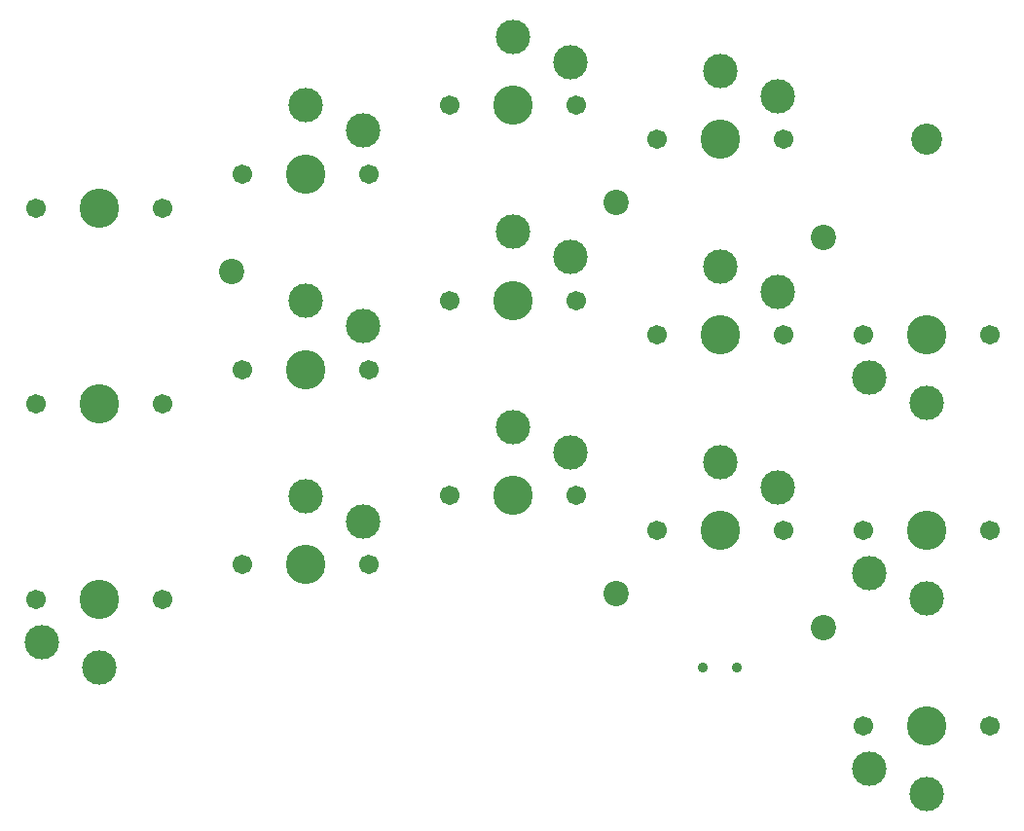
<source format=gbr>
%TF.GenerationSoftware,KiCad,Pcbnew,(7.0.0-0)*%
%TF.CreationDate,2023-06-08T17:13:14+08:00*%
%TF.ProjectId,right,72696768-742e-46b6-9963-61645f706362,v1.0.0*%
%TF.SameCoordinates,Original*%
%TF.FileFunction,NonPlated,1,2,NPTH,Drill*%
%TF.FilePolarity,Positive*%
%FSLAX46Y46*%
G04 Gerber Fmt 4.6, Leading zero omitted, Abs format (unit mm)*
G04 Created by KiCad (PCBNEW (7.0.0-0)) date 2023-06-08 17:13:14*
%MOMM*%
%LPD*%
G01*
G04 APERTURE LIST*
%TA.AperFunction,ComponentDrill*%
%ADD10C,0.900000*%
%TD*%
%TA.AperFunction,ComponentDrill*%
%ADD11C,1.701800*%
%TD*%
%TA.AperFunction,ComponentDrill*%
%ADD12C,2.200000*%
%TD*%
%TA.AperFunction,ComponentDrill*%
%ADD13C,2.700000*%
%TD*%
%TA.AperFunction,ComponentDrill*%
%ADD14C,3.000000*%
%TD*%
%TA.AperFunction,ComponentDrill*%
%ADD15C,3.429000*%
%TD*%
G04 APERTURE END LIST*
D10*
%TO.C,SS1*%
X52500000Y-5930000D03*
X55500000Y-5930000D03*
D11*
%TO.C,S1*%
X-5500000Y34000000D03*
%TO.C,S2*%
X-5500000Y17000000D03*
%TO.C,S15*%
X-5500000Y0D03*
%TO.C,S1*%
X5500000Y34000000D03*
%TO.C,S2*%
X5500000Y17000000D03*
%TO.C,S15*%
X5500000Y0D03*
%TO.C,S12*%
X12500000Y37000000D03*
%TO.C,S13*%
X12500000Y20000000D03*
%TO.C,S14*%
X12500000Y3000000D03*
%TO.C,S12*%
X23500000Y37000000D03*
%TO.C,S13*%
X23500000Y20000000D03*
%TO.C,S14*%
X23500000Y3000000D03*
%TO.C,S9*%
X30500000Y43000000D03*
%TO.C,S10*%
X30500000Y26000000D03*
%TO.C,S11*%
X30500000Y9000000D03*
%TO.C,S9*%
X41500000Y43000000D03*
%TO.C,S10*%
X41500000Y26000000D03*
%TO.C,S11*%
X41500000Y9000000D03*
%TO.C,S6*%
X48500000Y40000000D03*
%TO.C,S7*%
X48500000Y23000000D03*
%TO.C,S8*%
X48500000Y6000000D03*
%TO.C,S6*%
X59500000Y40000000D03*
%TO.C,S7*%
X59500000Y23000000D03*
%TO.C,S8*%
X59500000Y6000000D03*
%TO.C,S3*%
X66500000Y23000000D03*
%TO.C,S4*%
X66500000Y6000000D03*
%TO.C,S5*%
X66500000Y-11000000D03*
%TO.C,S3*%
X77500000Y23000000D03*
%TO.C,S4*%
X77500000Y6000000D03*
%TO.C,S5*%
X77500000Y-11000000D03*
D12*
%TO.C,H1*%
X11500000Y28500000D03*
%TO.C,H2*%
X45000000Y34500000D03*
%TO.C,H3*%
X45000000Y500000D03*
%TO.C,H4*%
X63000000Y31500000D03*
%TO.C,H5*%
X63000000Y-2500000D03*
D13*
%TO.C,ROT1*%
X72000000Y40000000D03*
D14*
%TO.C,S15*%
X-5000000Y-3750000D03*
X0Y-5950000D03*
%TO.C,S12*%
X18000000Y42950000D03*
%TO.C,S13*%
X18000000Y25950000D03*
%TO.C,S14*%
X18000000Y8950000D03*
%TO.C,S12*%
X23000000Y40750000D03*
%TO.C,S13*%
X23000000Y23750000D03*
%TO.C,S14*%
X23000000Y6750000D03*
%TO.C,S9*%
X36000000Y48950000D03*
%TO.C,S10*%
X36000000Y31950000D03*
%TO.C,S11*%
X36000000Y14950000D03*
%TO.C,S9*%
X41000000Y46750000D03*
%TO.C,S10*%
X41000000Y29750000D03*
%TO.C,S11*%
X41000000Y12750000D03*
%TO.C,S6*%
X54000000Y45950000D03*
%TO.C,S7*%
X54000000Y28950000D03*
%TO.C,S8*%
X54000000Y11950000D03*
%TO.C,S6*%
X59000000Y43750000D03*
%TO.C,S7*%
X59000000Y26750000D03*
%TO.C,S8*%
X59000000Y9750000D03*
%TO.C,S3*%
X67000000Y19250000D03*
%TO.C,S4*%
X67000000Y2250000D03*
%TO.C,S5*%
X67000000Y-14750000D03*
%TO.C,S3*%
X72000000Y17050000D03*
%TO.C,S4*%
X72000000Y50000D03*
%TO.C,S5*%
X72000000Y-16950000D03*
D15*
%TO.C,S1*%
X0Y34000000D03*
%TO.C,S2*%
X0Y17000000D03*
%TO.C,S15*%
X0Y0D03*
%TO.C,S12*%
X18000000Y37000000D03*
%TO.C,S13*%
X18000000Y20000000D03*
%TO.C,S14*%
X18000000Y3000000D03*
%TO.C,S9*%
X36000000Y43000000D03*
%TO.C,S10*%
X36000000Y26000000D03*
%TO.C,S11*%
X36000000Y9000000D03*
%TO.C,S6*%
X54000000Y40000000D03*
%TO.C,S7*%
X54000000Y23000000D03*
%TO.C,S8*%
X54000000Y6000000D03*
%TO.C,S3*%
X72000000Y23000000D03*
%TO.C,S4*%
X72000000Y6000000D03*
%TO.C,S5*%
X72000000Y-11000000D03*
M02*

</source>
